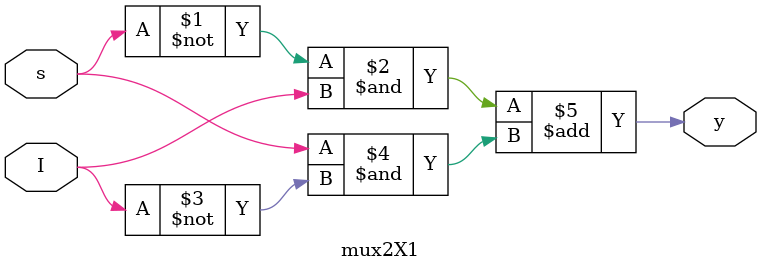
<source format=v>
module mux2X1(I,s,y);
input I;
input s;
output y;
assign y=(~s&I)+(s&~I);
endmodule

</source>
